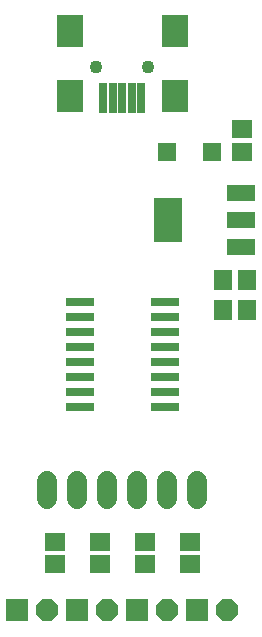
<source format=gbr>
G04 EAGLE Gerber RS-274X export*
G75*
%MOMM*%
%FSLAX34Y34*%
%LPD*%
%INSoldermask Top*%
%IPPOS*%
%AMOC8*
5,1,8,0,0,1.08239X$1,22.5*%
G01*
%ADD10R,1.803200X1.503200*%
%ADD11R,2.203200X2.703200*%
%ADD12R,0.703200X2.503200*%
%ADD13C,1.103200*%
%ADD14R,2.403200X0.803200*%
%ADD15R,2.438400X1.422400*%
%ADD16R,2.403200X3.803200*%
%ADD17C,1.727200*%
%ADD18R,1.603200X1.603200*%
%ADD19P,2.034460X8X202.500000*%
%ADD20R,1.879600X1.879600*%
%ADD21R,1.703200X1.503200*%
%ADD22R,1.503200X1.803200*%


D10*
X254000Y451010D03*
X254000Y471010D03*
D11*
X196900Y498240D03*
X107900Y498240D03*
X196900Y553240D03*
X107900Y553240D03*
D12*
X168400Y497240D03*
X160400Y497240D03*
X152400Y497240D03*
X144400Y497240D03*
X136400Y497240D03*
D13*
X174400Y523240D03*
X130400Y523240D03*
D14*
X116400Y323850D03*
X116400Y311150D03*
X116400Y298450D03*
X116400Y285750D03*
X116400Y273050D03*
X116400Y260350D03*
X116400Y247650D03*
X116400Y234950D03*
X188400Y234950D03*
X188400Y247650D03*
X188400Y260350D03*
X188400Y273050D03*
X188400Y285750D03*
X188400Y298450D03*
X188400Y311150D03*
X188400Y323850D03*
D15*
X253238Y370586D03*
X253238Y393700D03*
X253238Y416814D03*
D16*
X191260Y393700D03*
D17*
X88900Y172720D02*
X88900Y157480D01*
X114300Y157480D02*
X114300Y172720D01*
X139700Y172720D02*
X139700Y157480D01*
X165100Y157480D02*
X165100Y172720D01*
X190500Y172720D02*
X190500Y157480D01*
X215900Y157480D02*
X215900Y172720D01*
D18*
X228550Y450850D03*
X190550Y450850D03*
D19*
X88900Y63500D03*
D20*
X63500Y63500D03*
D21*
X95250Y102260D03*
X95250Y121260D03*
D19*
X139700Y63500D03*
D20*
X114300Y63500D03*
D19*
X190500Y63500D03*
D20*
X165100Y63500D03*
D19*
X241300Y63500D03*
D20*
X215900Y63500D03*
D22*
X237650Y317500D03*
X257650Y317500D03*
X237650Y342900D03*
X257650Y342900D03*
D21*
X133350Y102260D03*
X133350Y121260D03*
X171450Y102260D03*
X171450Y121260D03*
X209550Y102260D03*
X209550Y121260D03*
M02*

</source>
